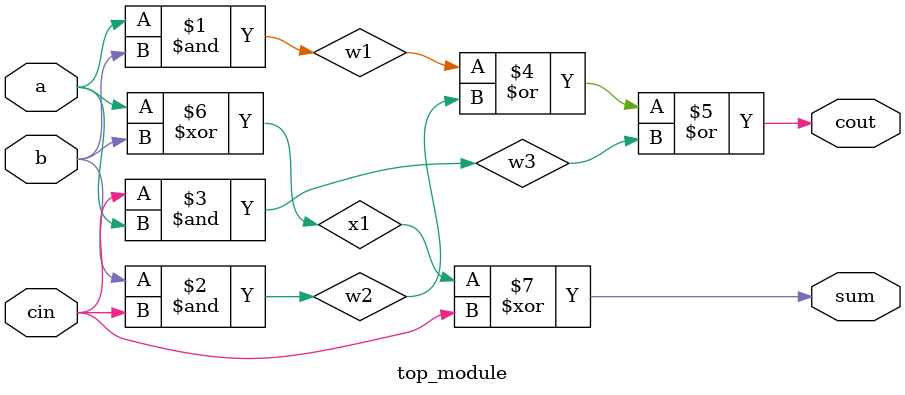
<source format=v>
/*Create a full adder. A full adder adds three bits (including carry-in) and produces a sum and carry-out.*/
module top_module( 
    input a, b, cin,
    output cout,sum);
    //output reg cout, sum );
   /* always@(*)begin
        case({a,b,cin})
            3'b000 :begin sum=0;cout=0;end
            3'b001 :begin sum=1;cout=0;end
            3'b010 :begin sum=1;cout=0;end
            3'b011 :begin sum=0;cout=1;end 
            3'b100 :begin sum=1;cout=0;end
            3'b101 :begin sum=0;cout=1;end
            3'b110 :begin sum=0;cout=1;end
            3'b111 :begin sum=1;cout=1;end
            default:begin sum=0;cout=0;end
        endcase
    end    
*/ 
   // assign cout = ((a&b)|(b&cin)|(cin&a));
    //assign sum =(a^b^cin);
    wire w1,w2,w3,x1;
    and(w1,a,b);
    and(w2,b,cin);
    and(w3,cin,a);
    or(cout,w1,w2,w3); 
    xor(x1,a,b);
    xor(sum,x1,cin);
    
    
endmodule

</source>
